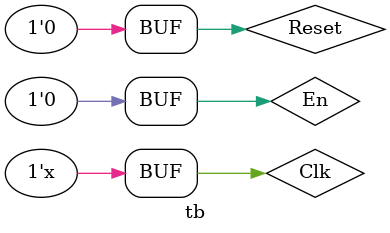
<source format=v>
`timescale 1ns / 1ps


module tb;

	// Inputs
	reg Clk;
	reg Reset;
	reg En;

	// Outputs
	wire [2:0] Output;
	wire Overflow;

	// Instantiate the Unit Under Test (UUT)
	gray uut (
		.Clk(Clk), 
		.Reset(Reset), 
		.En(En), 
		.Output(Output), 
		.Overflow(Overflow)
	);

	initial begin
		// Initialize Inputs
		Clk = 0;
		Reset = 0;
		En = 0;

		// Wait 100 ns for global reset to finish
		#100;
        
		// Add stimulus here
		Reset = 1;
		#10;
		Reset = 0;
		En = 1;
		#20;
		Reset = 1;
		#10;
		Reset = 0;
		#100;
		Reset = 1;
		#10;
		Reset = 0;
		#30;
		En = 0;
	end

	always #5 Clk = ~Clk;
      
endmodule


</source>
